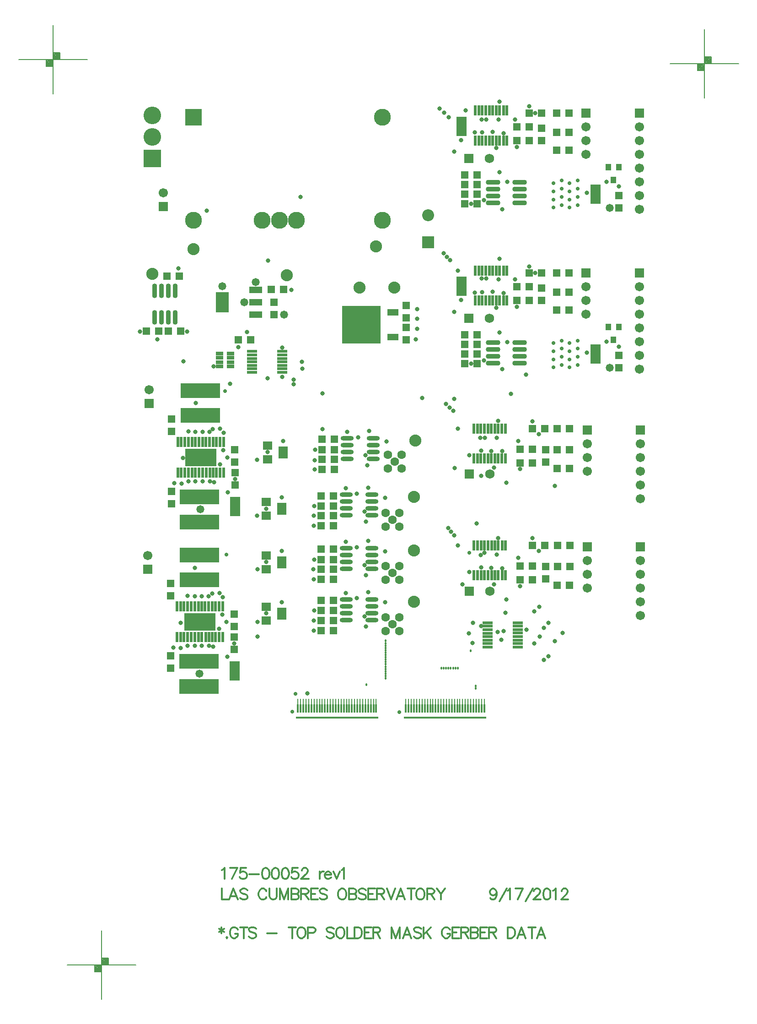
<source format=gts>
%FSLAX23Y23*%
%MOIN*%
G70*
G01*
G75*
G04 Layer_Color=8388736*
%ADD10R,0.012X0.065*%
%ADD11R,0.217X0.120*%
%ADD12R,0.065X0.012*%
%ADD13R,0.075X0.037*%
%ADD14R,0.272X0.268*%
%ADD15R,0.035X0.037*%
%ADD16R,0.035X0.037*%
%ADD17R,0.085X0.138*%
%ADD18R,0.085X0.043*%
%ADD19R,0.085X0.043*%
%ADD20O,0.028X0.098*%
%ADD21R,0.280X0.100*%
%ADD22R,0.070X0.135*%
%ADD23R,0.050X0.050*%
%ADD24O,0.087X0.024*%
%ADD25O,0.098X0.028*%
%ADD26R,0.045X0.017*%
%ADD27R,0.591X0.010*%
%ADD28R,0.012X0.105*%
%ADD29R,0.063X0.051*%
%ADD30R,0.063X0.079*%
%ADD31R,0.050X0.050*%
%ADD32C,0.010*%
%ADD33C,0.050*%
%ADD34C,0.020*%
%ADD35C,0.075*%
%ADD36C,0.012*%
%ADD37C,0.008*%
%ADD38C,0.012*%
%ADD39C,0.012*%
%ADD40R,0.060X0.060*%
%ADD41C,0.060*%
%ADD42C,0.024*%
%ADD43C,0.020*%
%ADD44C,0.115*%
%ADD45R,0.115X0.115*%
%ADD46C,0.080*%
%ADD47C,0.055*%
%ADD48R,0.059X0.059*%
%ADD49C,0.059*%
%ADD50C,0.120*%
%ADD51R,0.120X0.120*%
%ADD52R,0.079X0.079*%
%ADD53C,0.079*%
%ADD54C,0.010*%
%ADD55C,0.050*%
%ADD56C,0.040*%
%ADD57C,0.070*%
%ADD58C,0.054*%
%ADD59C,0.118*%
G04:AMPARAMS|DCode=60|XSize=138mil|YSize=138mil|CornerRadius=0mil|HoleSize=0mil|Usage=FLASHONLY|Rotation=0.000|XOffset=0mil|YOffset=0mil|HoleType=Round|Shape=Relief|Width=10mil|Gap=10mil|Entries=4|*
%AMTHD60*
7,0,0,0.138,0.118,0.010,45*
%
%ADD60THD60*%
G04:AMPARAMS|DCode=61|XSize=112mil|YSize=112mil|CornerRadius=0mil|HoleSize=0mil|Usage=FLASHONLY|Rotation=0.000|XOffset=0mil|YOffset=0mil|HoleType=Round|Shape=Relief|Width=10mil|Gap=10mil|Entries=4|*
%AMTHD61*
7,0,0,0.112,0.092,0.010,45*
%
%ADD61THD61*%
%ADD62C,0.073*%
%ADD63C,0.075*%
%ADD64C,0.110*%
G04:AMPARAMS|DCode=65|XSize=107.244mil|YSize=107.244mil|CornerRadius=0mil|HoleSize=0mil|Usage=FLASHONLY|Rotation=0.000|XOffset=0mil|YOffset=0mil|HoleType=Round|Shape=Relief|Width=10mil|Gap=10mil|Entries=4|*
%AMTHD65*
7,0,0,0.107,0.087,0.010,45*
%
%ADD65THD65*%
%ADD66C,0.087*%
%ADD67C,0.092*%
%ADD68C,0.046*%
%ADD69C,0.064*%
G04:AMPARAMS|DCode=70|XSize=70mil|YSize=70mil|CornerRadius=0mil|HoleSize=0mil|Usage=FLASHONLY|Rotation=0.000|XOffset=0mil|YOffset=0mil|HoleType=Round|Shape=Relief|Width=10mil|Gap=10mil|Entries=4|*
%AMTHD70*
7,0,0,0.070,0.050,0.010,45*
%
%ADD70THD70*%
G04:AMPARAMS|DCode=71|XSize=88mil|YSize=88mil|CornerRadius=0mil|HoleSize=0mil|Usage=FLASHONLY|Rotation=0.000|XOffset=0mil|YOffset=0mil|HoleType=Round|Shape=Relief|Width=10mil|Gap=10mil|Entries=4|*
%AMTHD71*
7,0,0,0.088,0.068,0.010,45*
%
%ADD71THD71*%
%ADD72C,0.068*%
%ADD73C,0.000*%
G04:AMPARAMS|DCode=74|XSize=90mil|YSize=90mil|CornerRadius=0mil|HoleSize=0mil|Usage=FLASHONLY|Rotation=0.000|XOffset=0mil|YOffset=0mil|HoleType=Round|Shape=Relief|Width=10mil|Gap=10mil|Entries=4|*
%AMTHD74*
7,0,0,0.090,0.070,0.010,45*
%
%ADD74THD74*%
G04:AMPARAMS|DCode=75|XSize=93.465mil|YSize=93.465mil|CornerRadius=0mil|HoleSize=0mil|Usage=FLASHONLY|Rotation=0.000|XOffset=0mil|YOffset=0mil|HoleType=Round|Shape=Relief|Width=10mil|Gap=10mil|Entries=4|*
%AMTHD75*
7,0,0,0.093,0.073,0.010,45*
%
%ADD75THD75*%
G04:AMPARAMS|DCode=76|XSize=95.433mil|YSize=95.433mil|CornerRadius=0mil|HoleSize=0mil|Usage=FLASHONLY|Rotation=0.000|XOffset=0mil|YOffset=0mil|HoleType=Round|Shape=Relief|Width=10mil|Gap=10mil|Entries=4|*
%AMTHD76*
7,0,0,0.095,0.075,0.010,45*
%
%ADD76THD76*%
G04:AMPARAMS|DCode=77|XSize=130mil|YSize=130mil|CornerRadius=0mil|HoleSize=0mil|Usage=FLASHONLY|Rotation=0.000|XOffset=0mil|YOffset=0mil|HoleType=Round|Shape=Relief|Width=10mil|Gap=10mil|Entries=4|*
%AMTHD77*
7,0,0,0.130,0.110,0.010,45*
%
%ADD77THD77*%
%ADD78C,0.005*%
%ADD79R,0.071X0.126*%
%ADD80C,0.006*%
%ADD81C,0.008*%
%ADD82C,0.010*%
%ADD83R,0.189X0.116*%
%ADD84R,0.012X0.075*%
%ADD85R,0.012X0.060*%
%ADD86R,0.020X0.073*%
%ADD87R,0.225X0.128*%
%ADD88R,0.073X0.020*%
%ADD89R,0.083X0.045*%
%ADD90R,0.280X0.276*%
%ADD91R,0.043X0.045*%
%ADD92R,0.043X0.045*%
%ADD93R,0.093X0.146*%
%ADD94R,0.093X0.051*%
%ADD95R,0.093X0.051*%
%ADD96O,0.036X0.106*%
%ADD97R,0.288X0.108*%
%ADD98R,0.078X0.143*%
%ADD99R,0.058X0.058*%
%ADD100O,0.095X0.032*%
%ADD101O,0.106X0.036*%
%ADD102R,0.053X0.025*%
%ADD103R,0.599X0.018*%
%ADD104R,0.005X0.098*%
%ADD105R,0.071X0.059*%
%ADD106R,0.071X0.087*%
%ADD107R,0.058X0.058*%
%ADD108R,0.068X0.068*%
%ADD109C,0.032*%
%ADD110C,0.028*%
%ADD111C,0.123*%
%ADD112R,0.123X0.123*%
%ADD113C,0.088*%
%ADD114C,0.063*%
%ADD115R,0.067X0.067*%
%ADD116C,0.067*%
%ADD117C,0.128*%
%ADD118R,0.128X0.128*%
%ADD119R,0.087X0.087*%
%ADD120C,0.087*%
%ADD121C,0.018*%
%ADD122C,0.058*%
D36*
X42307Y25217D02*
Y25172D01*
X42288Y25206D02*
X42326Y25183D01*
Y25206D02*
X42288Y25183D01*
X42346Y25145D02*
X42343Y25141D01*
X42346Y25137D01*
X42350Y25141D01*
X42346Y25145D01*
X42425Y25198D02*
X42421Y25206D01*
X42413Y25213D01*
X42406Y25217D01*
X42391D01*
X42383Y25213D01*
X42375Y25206D01*
X42371Y25198D01*
X42368Y25187D01*
Y25168D01*
X42371Y25156D01*
X42375Y25149D01*
X42383Y25141D01*
X42391Y25137D01*
X42406D01*
X42413Y25141D01*
X42421Y25149D01*
X42425Y25156D01*
Y25168D01*
X42406D02*
X42425D01*
X42470Y25217D02*
Y25137D01*
X42443Y25217D02*
X42496D01*
X42559Y25206D02*
X42552Y25213D01*
X42540Y25217D01*
X42525D01*
X42514Y25213D01*
X42506Y25206D01*
Y25198D01*
X42510Y25191D01*
X42514Y25187D01*
X42521Y25183D01*
X42544Y25175D01*
X42552Y25172D01*
X42555Y25168D01*
X42559Y25160D01*
Y25149D01*
X42552Y25141D01*
X42540Y25137D01*
X42525D01*
X42514Y25141D01*
X42506Y25149D01*
X42640Y25172D02*
X42709D01*
X42822Y25217D02*
Y25137D01*
X42795Y25217D02*
X42848D01*
X42881D02*
X42873Y25213D01*
X42865Y25206D01*
X42862Y25198D01*
X42858Y25187D01*
Y25168D01*
X42862Y25156D01*
X42865Y25149D01*
X42873Y25141D01*
X42881Y25137D01*
X42896D01*
X42904Y25141D01*
X42911Y25149D01*
X42915Y25156D01*
X42919Y25168D01*
Y25187D01*
X42915Y25198D01*
X42911Y25206D01*
X42904Y25213D01*
X42896Y25217D01*
X42881D01*
X42937Y25175D02*
X42972D01*
X42983Y25179D01*
X42987Y25183D01*
X42991Y25191D01*
Y25202D01*
X42987Y25210D01*
X42983Y25213D01*
X42972Y25217D01*
X42937D01*
Y25137D01*
X43125Y25206D02*
X43117Y25213D01*
X43106Y25217D01*
X43091D01*
X43079Y25213D01*
X43072Y25206D01*
Y25198D01*
X43075Y25191D01*
X43079Y25187D01*
X43087Y25183D01*
X43110Y25175D01*
X43117Y25172D01*
X43121Y25168D01*
X43125Y25160D01*
Y25149D01*
X43117Y25141D01*
X43106Y25137D01*
X43091D01*
X43079Y25141D01*
X43072Y25149D01*
X43166Y25217D02*
X43158Y25213D01*
X43150Y25206D01*
X43147Y25198D01*
X43143Y25187D01*
Y25168D01*
X43147Y25156D01*
X43150Y25149D01*
X43158Y25141D01*
X43166Y25137D01*
X43181D01*
X43188Y25141D01*
X43196Y25149D01*
X43200Y25156D01*
X43204Y25168D01*
Y25187D01*
X43200Y25198D01*
X43196Y25206D01*
X43188Y25213D01*
X43181Y25217D01*
X43166D01*
X43222D02*
Y25137D01*
X43268D01*
X43277Y25217D02*
Y25137D01*
Y25217D02*
X43303D01*
X43315Y25213D01*
X43323Y25206D01*
X43326Y25198D01*
X43330Y25187D01*
Y25168D01*
X43326Y25156D01*
X43323Y25149D01*
X43315Y25141D01*
X43303Y25137D01*
X43277D01*
X43398Y25217D02*
X43348D01*
Y25137D01*
X43398D01*
X43348Y25179D02*
X43379D01*
X43411Y25217D02*
Y25137D01*
Y25217D02*
X43445D01*
X43457Y25213D01*
X43460Y25210D01*
X43464Y25202D01*
Y25194D01*
X43460Y25187D01*
X43457Y25183D01*
X43445Y25179D01*
X43411D01*
X43438D02*
X43464Y25137D01*
X43545Y25217D02*
Y25137D01*
Y25217D02*
X43575Y25137D01*
X43606Y25217D02*
X43575Y25137D01*
X43606Y25217D02*
Y25137D01*
X43690D02*
X43659Y25217D01*
X43629Y25137D01*
X43640Y25164D02*
X43678D01*
X43762Y25206D02*
X43754Y25213D01*
X43743Y25217D01*
X43727D01*
X43716Y25213D01*
X43708Y25206D01*
Y25198D01*
X43712Y25191D01*
X43716Y25187D01*
X43724Y25183D01*
X43746Y25175D01*
X43754Y25172D01*
X43758Y25168D01*
X43762Y25160D01*
Y25149D01*
X43754Y25141D01*
X43743Y25137D01*
X43727D01*
X43716Y25141D01*
X43708Y25149D01*
X43780Y25217D02*
Y25137D01*
X43833Y25217D02*
X43780Y25164D01*
X43799Y25183D02*
X43833Y25137D01*
X43971Y25198D02*
X43967Y25206D01*
X43959Y25213D01*
X43952Y25217D01*
X43936D01*
X43929Y25213D01*
X43921Y25206D01*
X43917Y25198D01*
X43914Y25187D01*
Y25168D01*
X43917Y25156D01*
X43921Y25149D01*
X43929Y25141D01*
X43936Y25137D01*
X43952D01*
X43959Y25141D01*
X43967Y25149D01*
X43971Y25156D01*
Y25168D01*
X43952D02*
X43971D01*
X44039Y25217D02*
X43989D01*
Y25137D01*
X44039D01*
X43989Y25179D02*
X44020D01*
X44052Y25217D02*
Y25137D01*
Y25217D02*
X44086D01*
X44098Y25213D01*
X44101Y25210D01*
X44105Y25202D01*
Y25194D01*
X44101Y25187D01*
X44098Y25183D01*
X44086Y25179D01*
X44052D01*
X44079D02*
X44105Y25137D01*
X44123Y25217D02*
Y25137D01*
Y25217D02*
X44157D01*
X44169Y25213D01*
X44173Y25210D01*
X44176Y25202D01*
Y25194D01*
X44173Y25187D01*
X44169Y25183D01*
X44157Y25179D01*
X44123D02*
X44157D01*
X44169Y25175D01*
X44173Y25172D01*
X44176Y25164D01*
Y25152D01*
X44173Y25145D01*
X44169Y25141D01*
X44157Y25137D01*
X44123D01*
X44244Y25217D02*
X44194D01*
Y25137D01*
X44244D01*
X44194Y25179D02*
X44225D01*
X44257Y25217D02*
Y25137D01*
Y25217D02*
X44291D01*
X44303Y25213D01*
X44307Y25210D01*
X44310Y25202D01*
Y25194D01*
X44307Y25187D01*
X44303Y25183D01*
X44291Y25179D01*
X44257D01*
X44284D02*
X44310Y25137D01*
X44391Y25217D02*
Y25137D01*
Y25217D02*
X44418D01*
X44429Y25213D01*
X44437Y25206D01*
X44441Y25198D01*
X44445Y25187D01*
Y25168D01*
X44441Y25156D01*
X44437Y25149D01*
X44429Y25141D01*
X44418Y25137D01*
X44391D01*
X44523D02*
X44493Y25217D01*
X44462Y25137D01*
X44474Y25164D02*
X44512D01*
X44569Y25217D02*
Y25137D01*
X44542Y25217D02*
X44595D01*
X44666Y25137D02*
X44635Y25217D01*
X44605Y25137D01*
X44616Y25164D02*
X44654D01*
D37*
X41078Y31284D02*
Y31784D01*
X40828Y31534D02*
X41328D01*
X41028Y31484D02*
X41078D01*
X41028D02*
Y31534D01*
X41078Y31584D02*
X41128D01*
Y31534D02*
Y31584D01*
X41083Y31539D02*
Y31579D01*
X41123D01*
Y31539D02*
Y31579D01*
X41083Y31539D02*
X41123D01*
X41088Y31544D02*
Y31574D01*
X41118D01*
Y31544D02*
Y31574D01*
X41093Y31544D02*
X41118D01*
X41093Y31549D02*
Y31569D01*
X41113D01*
Y31549D02*
Y31569D01*
X41098Y31549D02*
X41113D01*
X41098Y31554D02*
Y31564D01*
X41108D01*
Y31554D02*
Y31564D01*
X41098Y31554D02*
X41108D01*
X41103D02*
Y31564D01*
X41033Y31489D02*
Y31529D01*
X41073D01*
Y31489D02*
Y31529D01*
X41033Y31489D02*
X41073D01*
X41038Y31494D02*
Y31524D01*
X41068D01*
Y31494D02*
Y31524D01*
X41043Y31494D02*
X41068D01*
X41043Y31499D02*
Y31519D01*
X41063D01*
Y31499D02*
Y31519D01*
X41048Y31499D02*
X41063D01*
X41048Y31504D02*
Y31514D01*
X41058D01*
Y31504D02*
Y31514D01*
X41048Y31504D02*
X41058D01*
X41053D02*
Y31514D01*
X45826Y31253D02*
Y31753D01*
X45576Y31503D02*
X46076D01*
X45776Y31453D02*
X45826D01*
X45776D02*
Y31503D01*
X45826Y31553D02*
X45876D01*
Y31503D02*
Y31553D01*
X45831Y31508D02*
Y31548D01*
X45871D01*
Y31508D02*
Y31548D01*
X45831Y31508D02*
X45871D01*
X45836Y31513D02*
Y31543D01*
X45866D01*
Y31513D02*
Y31543D01*
X45841Y31513D02*
X45866D01*
X45841Y31518D02*
Y31538D01*
X45861D01*
Y31518D02*
Y31538D01*
X45846Y31518D02*
X45861D01*
X45846Y31523D02*
Y31533D01*
X45856D01*
Y31523D02*
Y31533D01*
X45846Y31523D02*
X45856D01*
X45851D02*
Y31533D01*
X45781Y31458D02*
Y31498D01*
X45821D01*
Y31458D02*
Y31498D01*
X45781Y31458D02*
X45821D01*
X45786Y31463D02*
Y31493D01*
X45816D01*
Y31463D02*
Y31493D01*
X45791Y31463D02*
X45816D01*
X45791Y31468D02*
Y31488D01*
X45811D01*
Y31468D02*
Y31488D01*
X45796Y31468D02*
X45811D01*
X45796Y31473D02*
Y31483D01*
X45806D01*
Y31473D02*
Y31483D01*
X45796Y31473D02*
X45806D01*
X45801D02*
Y31483D01*
X41432Y24694D02*
Y25194D01*
X41182Y24944D02*
X41682D01*
X41382Y24894D02*
X41432D01*
X41382D02*
Y24944D01*
X41432Y24994D02*
X41482D01*
Y24944D02*
Y24994D01*
X41437Y24949D02*
Y24989D01*
X41477D01*
Y24949D02*
Y24989D01*
X41437Y24949D02*
X41477D01*
X41442Y24954D02*
Y24984D01*
X41472D01*
Y24954D02*
Y24984D01*
X41447Y24954D02*
X41472D01*
X41447Y24959D02*
Y24979D01*
X41467D01*
Y24959D02*
Y24979D01*
X41452Y24959D02*
X41467D01*
X41452Y24964D02*
Y24974D01*
X41462D01*
Y24964D02*
Y24974D01*
X41452Y24964D02*
X41462D01*
X41457D02*
Y24974D01*
X41387Y24899D02*
Y24939D01*
X41427D01*
Y24899D02*
Y24939D01*
X41387Y24899D02*
X41427D01*
X41392Y24904D02*
Y24934D01*
X41422D01*
Y24904D02*
Y24934D01*
X41397Y24904D02*
X41422D01*
X41397Y24909D02*
Y24929D01*
X41417D01*
Y24909D02*
Y24929D01*
X41402Y24909D02*
X41417D01*
X41402Y24914D02*
Y24924D01*
X41412D01*
Y24914D02*
Y24924D01*
X41402Y24914D02*
X41412D01*
X41407D02*
Y24924D01*
D38*
X42309Y25498D02*
Y25418D01*
X42355D01*
X42425D02*
X42394Y25498D01*
X42364Y25418D01*
X42375Y25444D02*
X42413D01*
X42496Y25486D02*
X42489Y25494D01*
X42477Y25498D01*
X42462D01*
X42451Y25494D01*
X42443Y25486D01*
Y25479D01*
X42447Y25471D01*
X42451Y25467D01*
X42458Y25464D01*
X42481Y25456D01*
X42489Y25452D01*
X42493Y25448D01*
X42496Y25441D01*
Y25429D01*
X42489Y25422D01*
X42477Y25418D01*
X42462D01*
X42451Y25422D01*
X42443Y25429D01*
X42634Y25479D02*
X42631Y25486D01*
X42623Y25494D01*
X42615Y25498D01*
X42600D01*
X42592Y25494D01*
X42585Y25486D01*
X42581Y25479D01*
X42577Y25467D01*
Y25448D01*
X42581Y25437D01*
X42585Y25429D01*
X42592Y25422D01*
X42600Y25418D01*
X42615D01*
X42623Y25422D01*
X42631Y25429D01*
X42634Y25437D01*
X42657Y25498D02*
Y25441D01*
X42661Y25429D01*
X42668Y25422D01*
X42680Y25418D01*
X42687D01*
X42699Y25422D01*
X42706Y25429D01*
X42710Y25441D01*
Y25498D01*
X42732D02*
Y25418D01*
Y25498D02*
X42763Y25418D01*
X42793Y25498D02*
X42763Y25418D01*
X42793Y25498D02*
Y25418D01*
X42816Y25498D02*
Y25418D01*
Y25498D02*
X42850D01*
X42862Y25494D01*
X42866Y25490D01*
X42869Y25483D01*
Y25475D01*
X42866Y25467D01*
X42862Y25464D01*
X42850Y25460D01*
X42816D02*
X42850D01*
X42862Y25456D01*
X42866Y25452D01*
X42869Y25444D01*
Y25433D01*
X42866Y25425D01*
X42862Y25422D01*
X42850Y25418D01*
X42816D01*
X42887Y25498D02*
Y25418D01*
Y25498D02*
X42922D01*
X42933Y25494D01*
X42937Y25490D01*
X42941Y25483D01*
Y25475D01*
X42937Y25467D01*
X42933Y25464D01*
X42922Y25460D01*
X42887D01*
X42914D02*
X42941Y25418D01*
X43008Y25498D02*
X42958D01*
Y25418D01*
X43008D01*
X42958Y25460D02*
X42989D01*
X43075Y25486D02*
X43067Y25494D01*
X43056Y25498D01*
X43040D01*
X43029Y25494D01*
X43021Y25486D01*
Y25479D01*
X43025Y25471D01*
X43029Y25467D01*
X43037Y25464D01*
X43059Y25456D01*
X43067Y25452D01*
X43071Y25448D01*
X43075Y25441D01*
Y25429D01*
X43067Y25422D01*
X43056Y25418D01*
X43040D01*
X43029Y25422D01*
X43021Y25429D01*
X43178Y25498D02*
X43171Y25494D01*
X43163Y25486D01*
X43159Y25479D01*
X43155Y25467D01*
Y25448D01*
X43159Y25437D01*
X43163Y25429D01*
X43171Y25422D01*
X43178Y25418D01*
X43193D01*
X43201Y25422D01*
X43209Y25429D01*
X43213Y25437D01*
X43216Y25448D01*
Y25467D01*
X43213Y25479D01*
X43209Y25486D01*
X43201Y25494D01*
X43193Y25498D01*
X43178D01*
X43235D02*
Y25418D01*
Y25498D02*
X43269D01*
X43281Y25494D01*
X43285Y25490D01*
X43288Y25483D01*
Y25475D01*
X43285Y25467D01*
X43281Y25464D01*
X43269Y25460D01*
X43235D02*
X43269D01*
X43281Y25456D01*
X43285Y25452D01*
X43288Y25444D01*
Y25433D01*
X43285Y25425D01*
X43281Y25422D01*
X43269Y25418D01*
X43235D01*
X43360Y25486D02*
X43352Y25494D01*
X43340Y25498D01*
X43325D01*
X43314Y25494D01*
X43306Y25486D01*
Y25479D01*
X43310Y25471D01*
X43314Y25467D01*
X43321Y25464D01*
X43344Y25456D01*
X43352Y25452D01*
X43356Y25448D01*
X43360Y25441D01*
Y25429D01*
X43352Y25422D01*
X43340Y25418D01*
X43325D01*
X43314Y25422D01*
X43306Y25429D01*
X43427Y25498D02*
X43377D01*
Y25418D01*
X43427D01*
X43377Y25460D02*
X43408D01*
X43440Y25498D02*
Y25418D01*
Y25498D02*
X43475D01*
X43486Y25494D01*
X43490Y25490D01*
X43494Y25483D01*
Y25475D01*
X43490Y25467D01*
X43486Y25464D01*
X43475Y25460D01*
X43440D01*
X43467D02*
X43494Y25418D01*
X43512Y25498D02*
X43542Y25418D01*
X43572Y25498D02*
X43542Y25418D01*
X43644D02*
X43613Y25498D01*
X43583Y25418D01*
X43594Y25444D02*
X43632D01*
X43689Y25498D02*
Y25418D01*
X43662Y25498D02*
X43716D01*
X43748D02*
X43740Y25494D01*
X43733Y25486D01*
X43729Y25479D01*
X43725Y25467D01*
Y25448D01*
X43729Y25437D01*
X43733Y25429D01*
X43740Y25422D01*
X43748Y25418D01*
X43763D01*
X43771Y25422D01*
X43779Y25429D01*
X43782Y25437D01*
X43786Y25448D01*
Y25467D01*
X43782Y25479D01*
X43779Y25486D01*
X43771Y25494D01*
X43763Y25498D01*
X43748D01*
X43805D02*
Y25418D01*
Y25498D02*
X43839D01*
X43850Y25494D01*
X43854Y25490D01*
X43858Y25483D01*
Y25475D01*
X43854Y25467D01*
X43850Y25464D01*
X43839Y25460D01*
X43805D01*
X43831D02*
X43858Y25418D01*
X43876Y25498D02*
X43906Y25460D01*
Y25418D01*
X43937Y25498D02*
X43906Y25460D01*
X44311Y25471D02*
X44307Y25460D01*
X44300Y25452D01*
X44288Y25448D01*
X44284D01*
X44273Y25452D01*
X44265Y25460D01*
X44261Y25471D01*
Y25475D01*
X44265Y25486D01*
X44273Y25494D01*
X44284Y25498D01*
X44288D01*
X44300Y25494D01*
X44307Y25486D01*
X44311Y25471D01*
Y25452D01*
X44307Y25433D01*
X44300Y25422D01*
X44288Y25418D01*
X44280D01*
X44269Y25422D01*
X44265Y25429D01*
X44333Y25406D02*
X44386Y25498D01*
X44391Y25483D02*
X44399Y25486D01*
X44410Y25498D01*
Y25418D01*
X44503Y25498D02*
X44465Y25418D01*
X44450Y25498D02*
X44503D01*
X44521Y25406D02*
X44575Y25498D01*
X44584Y25479D02*
Y25483D01*
X44587Y25490D01*
X44591Y25494D01*
X44599Y25498D01*
X44614D01*
X44622Y25494D01*
X44626Y25490D01*
X44629Y25483D01*
Y25475D01*
X44626Y25467D01*
X44618Y25456D01*
X44580Y25418D01*
X44633D01*
X44674Y25498D02*
X44663Y25494D01*
X44655Y25483D01*
X44651Y25464D01*
Y25452D01*
X44655Y25433D01*
X44663Y25422D01*
X44674Y25418D01*
X44682D01*
X44693Y25422D01*
X44701Y25433D01*
X44704Y25452D01*
Y25464D01*
X44701Y25483D01*
X44693Y25494D01*
X44682Y25498D01*
X44674D01*
X44722Y25483D02*
X44730Y25486D01*
X44741Y25498D01*
Y25418D01*
X44785Y25479D02*
Y25483D01*
X44789Y25490D01*
X44792Y25494D01*
X44800Y25498D01*
X44815D01*
X44823Y25494D01*
X44827Y25490D01*
X44830Y25483D01*
Y25475D01*
X44827Y25467D01*
X44819Y25456D01*
X44781Y25418D01*
X44834D01*
D39*
X42309Y25633D02*
X42317Y25636D01*
X42328Y25648D01*
Y25568D01*
X42421Y25648D02*
X42383Y25568D01*
X42368Y25648D02*
X42421D01*
X42485D02*
X42447D01*
X42443Y25614D01*
X42447Y25617D01*
X42458Y25621D01*
X42469D01*
X42481Y25617D01*
X42488Y25610D01*
X42492Y25598D01*
Y25591D01*
X42488Y25579D01*
X42481Y25572D01*
X42469Y25568D01*
X42458D01*
X42447Y25572D01*
X42443Y25575D01*
X42439Y25583D01*
X42510Y25602D02*
X42579D01*
X42625Y25648D02*
X42614Y25644D01*
X42606Y25633D01*
X42602Y25614D01*
Y25602D01*
X42606Y25583D01*
X42614Y25572D01*
X42625Y25568D01*
X42633D01*
X42644Y25572D01*
X42652Y25583D01*
X42656Y25602D01*
Y25614D01*
X42652Y25633D01*
X42644Y25644D01*
X42633Y25648D01*
X42625D01*
X42696D02*
X42685Y25644D01*
X42677Y25633D01*
X42674Y25614D01*
Y25602D01*
X42677Y25583D01*
X42685Y25572D01*
X42696Y25568D01*
X42704D01*
X42715Y25572D01*
X42723Y25583D01*
X42727Y25602D01*
Y25614D01*
X42723Y25633D01*
X42715Y25644D01*
X42704Y25648D01*
X42696D01*
X42768D02*
X42756Y25644D01*
X42749Y25633D01*
X42745Y25614D01*
Y25602D01*
X42749Y25583D01*
X42756Y25572D01*
X42768Y25568D01*
X42775D01*
X42787Y25572D01*
X42794Y25583D01*
X42798Y25602D01*
Y25614D01*
X42794Y25633D01*
X42787Y25644D01*
X42775Y25648D01*
X42768D01*
X42862D02*
X42824D01*
X42820Y25614D01*
X42824Y25617D01*
X42835Y25621D01*
X42847D01*
X42858Y25617D01*
X42866Y25610D01*
X42869Y25598D01*
Y25591D01*
X42866Y25579D01*
X42858Y25572D01*
X42847Y25568D01*
X42835D01*
X42824Y25572D01*
X42820Y25575D01*
X42816Y25583D01*
X42891Y25629D02*
Y25633D01*
X42895Y25640D01*
X42899Y25644D01*
X42906Y25648D01*
X42922D01*
X42929Y25644D01*
X42933Y25640D01*
X42937Y25633D01*
Y25625D01*
X42933Y25617D01*
X42925Y25606D01*
X42887Y25568D01*
X42941D01*
X43021Y25621D02*
Y25568D01*
Y25598D02*
X43025Y25610D01*
X43033Y25617D01*
X43040Y25621D01*
X43052D01*
X43059Y25598D02*
X43105D01*
Y25606D01*
X43101Y25614D01*
X43097Y25617D01*
X43090Y25621D01*
X43078D01*
X43070Y25617D01*
X43063Y25610D01*
X43059Y25598D01*
Y25591D01*
X43063Y25579D01*
X43070Y25572D01*
X43078Y25568D01*
X43090D01*
X43097Y25572D01*
X43105Y25579D01*
X43122Y25621D02*
X43145Y25568D01*
X43168Y25621D02*
X43145Y25568D01*
X43181Y25633D02*
X43188Y25636D01*
X43200Y25648D01*
Y25568D01*
D72*
X44264Y27664D02*
D03*
X44258Y30813D02*
D03*
Y29649D02*
D03*
X44263Y28515D02*
D03*
D85*
X42863Y26808D02*
D03*
X42883D02*
D03*
X42902D02*
D03*
X42922D02*
D03*
X42942D02*
D03*
X42961D02*
D03*
X42981D02*
D03*
X43001D02*
D03*
X43021D02*
D03*
X43040D02*
D03*
X43060D02*
D03*
X43080D02*
D03*
X43099D02*
D03*
X43119D02*
D03*
X43139D02*
D03*
X43158D02*
D03*
X43178D02*
D03*
X43198D02*
D03*
X43218D02*
D03*
X43237D02*
D03*
X43257D02*
D03*
X43277D02*
D03*
X43296D02*
D03*
X43316D02*
D03*
X43336D02*
D03*
X43355D02*
D03*
X43375D02*
D03*
X43395D02*
D03*
X43415D02*
D03*
X43434D02*
D03*
X43650D02*
D03*
X43670D02*
D03*
X43690D02*
D03*
X43710D02*
D03*
X43729D02*
D03*
X43749D02*
D03*
X43769D02*
D03*
X43788D02*
D03*
X43808D02*
D03*
X43828D02*
D03*
X43847D02*
D03*
X43867D02*
D03*
X43887D02*
D03*
X43907D02*
D03*
X43926D02*
D03*
X43946D02*
D03*
X43966D02*
D03*
X43985D02*
D03*
X44005D02*
D03*
X44025D02*
D03*
X44044D02*
D03*
X44064D02*
D03*
X44084D02*
D03*
X44104D02*
D03*
X44123D02*
D03*
X44143D02*
D03*
X44163D02*
D03*
X44182D02*
D03*
X44202D02*
D03*
X44222D02*
D03*
D86*
X42117Y28525D02*
D03*
X42091D02*
D03*
X42065D02*
D03*
X42040D02*
D03*
X42014D02*
D03*
X41989D02*
D03*
X41989Y28749D02*
D03*
X42014D02*
D03*
X42040D02*
D03*
X42065D02*
D03*
X42091D02*
D03*
X42117Y28749D02*
D03*
X42144Y28749D02*
D03*
X42168D02*
D03*
X42193D02*
D03*
X42219D02*
D03*
X42245D02*
D03*
X42270D02*
D03*
X42296D02*
D03*
X42321D02*
D03*
X42144Y28525D02*
D03*
X42170D02*
D03*
X42197D02*
D03*
X42221D02*
D03*
X42245D02*
D03*
X42270D02*
D03*
X42296D02*
D03*
X42321D02*
D03*
X42315Y27328D02*
D03*
X42290D02*
D03*
X42264D02*
D03*
X42239D02*
D03*
X42215D02*
D03*
X42191D02*
D03*
X42164D02*
D03*
X42138D02*
D03*
X42315Y27552D02*
D03*
X42290D02*
D03*
X42264D02*
D03*
X42239D02*
D03*
X42213D02*
D03*
X42187D02*
D03*
X42162D02*
D03*
X42138D02*
D03*
X42111Y27552D02*
D03*
X42085Y27552D02*
D03*
X42059D02*
D03*
X42034D02*
D03*
X42008D02*
D03*
X41983D02*
D03*
X41983Y27328D02*
D03*
X42008D02*
D03*
X42034D02*
D03*
X42059D02*
D03*
X42085D02*
D03*
X42111D02*
D03*
X44377Y27778D02*
D03*
Y27996D02*
D03*
X44352Y27778D02*
D03*
Y27996D02*
D03*
X44324Y27778D02*
D03*
Y27996D02*
D03*
X44300D02*
D03*
X44275D02*
D03*
X44249D02*
D03*
X44224D02*
D03*
X44198D02*
D03*
X44173D02*
D03*
X44147D02*
D03*
X44300Y27778D02*
D03*
X44275D02*
D03*
X44249D02*
D03*
X44224D02*
D03*
X44198D02*
D03*
X44173D02*
D03*
X44147D02*
D03*
X44386Y30943D02*
D03*
Y31162D02*
D03*
X44361Y30943D02*
D03*
Y31162D02*
D03*
X44333Y30943D02*
D03*
Y31162D02*
D03*
X44309D02*
D03*
X44284D02*
D03*
X44258D02*
D03*
X44233D02*
D03*
X44207D02*
D03*
X44181D02*
D03*
X44156D02*
D03*
X44309Y30943D02*
D03*
X44284D02*
D03*
X44258D02*
D03*
X44233D02*
D03*
X44207D02*
D03*
X44181D02*
D03*
X44156D02*
D03*
X44386Y29779D02*
D03*
Y29997D02*
D03*
X44361Y29779D02*
D03*
Y29997D02*
D03*
X44333Y29779D02*
D03*
Y29997D02*
D03*
X44309D02*
D03*
X44284D02*
D03*
X44258D02*
D03*
X44233D02*
D03*
X44207D02*
D03*
X44181D02*
D03*
X44156D02*
D03*
X44309Y29779D02*
D03*
X44284D02*
D03*
X44258D02*
D03*
X44233D02*
D03*
X44207D02*
D03*
X44181D02*
D03*
X44156D02*
D03*
X44376Y28628D02*
D03*
Y28847D02*
D03*
X44350Y28628D02*
D03*
Y28847D02*
D03*
X44323Y28628D02*
D03*
Y28847D02*
D03*
X44299D02*
D03*
X44273D02*
D03*
X44248D02*
D03*
X44222D02*
D03*
X44197D02*
D03*
X44171D02*
D03*
X44145D02*
D03*
X44299Y28628D02*
D03*
X44273D02*
D03*
X44248D02*
D03*
X44222D02*
D03*
X44197D02*
D03*
X44171D02*
D03*
X44145D02*
D03*
D87*
X42155Y28637D02*
D03*
X42149Y27440D02*
D03*
D88*
X44466Y27306D02*
D03*
Y27332D02*
D03*
X44466Y27359D02*
D03*
Y27383D02*
D03*
Y27409D02*
D03*
Y27434D02*
D03*
X44247D02*
D03*
Y27409D02*
D03*
Y27383D02*
D03*
Y27357D02*
D03*
Y27332D02*
D03*
Y27306D02*
D03*
Y27281D02*
D03*
Y27257D02*
D03*
X44466Y27255D02*
D03*
X44466Y27281D02*
D03*
X42748Y29255D02*
D03*
Y29281D02*
D03*
Y29306D02*
D03*
Y29332D02*
D03*
Y29357D02*
D03*
Y29383D02*
D03*
Y29409D02*
D03*
X42529Y29255D02*
D03*
Y29281D02*
D03*
Y29306D02*
D03*
Y29332D02*
D03*
Y29357D02*
D03*
Y29383D02*
D03*
Y29409D02*
D03*
D89*
X43555Y29512D02*
D03*
Y29692D02*
D03*
D90*
X43325Y29602D02*
D03*
D91*
X45164Y29493D02*
D03*
X45201Y29585D02*
D03*
X45164Y30657D02*
D03*
X45201Y30749D02*
D03*
D92*
X45126Y29585D02*
D03*
Y30749D02*
D03*
D93*
X42312Y29765D02*
D03*
D94*
X42556Y29856D02*
D03*
Y29675D02*
D03*
D95*
Y29765D02*
D03*
D96*
X41968Y29848D02*
D03*
X41918D02*
D03*
X41868D02*
D03*
X41818D02*
D03*
X41968Y29655D02*
D03*
X41918D02*
D03*
X41868D02*
D03*
X41818D02*
D03*
D97*
X42145Y27926D02*
D03*
Y27745D02*
D03*
X42147Y28167D02*
D03*
Y28348D02*
D03*
X42141Y26970D02*
D03*
Y27151D02*
D03*
X42151Y29123D02*
D03*
Y28942D02*
D03*
D98*
X45034Y29389D02*
D03*
X42401Y27083D02*
D03*
X42407Y28280D02*
D03*
X44055Y31045D02*
D03*
Y29881D02*
D03*
X45034Y30553D02*
D03*
D99*
X42399Y27238D02*
D03*
Y27328D02*
D03*
X43654Y29582D02*
D03*
Y29492D02*
D03*
Y29653D02*
D03*
Y29743D02*
D03*
X44639Y30943D02*
D03*
Y31033D02*
D03*
Y29779D02*
D03*
Y29869D02*
D03*
X41941Y28300D02*
D03*
Y28390D02*
D03*
X41935Y27103D02*
D03*
Y27193D02*
D03*
X44668Y28602D02*
D03*
Y28692D02*
D03*
X44669Y27751D02*
D03*
Y27841D02*
D03*
X41941Y28825D02*
D03*
Y28915D02*
D03*
X41935Y27628D02*
D03*
Y27718D02*
D03*
X42688Y29675D02*
D03*
Y29765D02*
D03*
X45204Y30543D02*
D03*
Y30453D02*
D03*
Y29379D02*
D03*
Y29289D02*
D03*
X42404Y28604D02*
D03*
Y28694D02*
D03*
X42398Y27407D02*
D03*
Y27497D02*
D03*
X42405Y28435D02*
D03*
Y28525D02*
D03*
D100*
X43224Y28777D02*
D03*
Y28727D02*
D03*
Y28677D02*
D03*
Y28627D02*
D03*
X43413Y28777D02*
D03*
Y28727D02*
D03*
Y28677D02*
D03*
Y28627D02*
D03*
X43215Y27604D02*
D03*
Y27554D02*
D03*
Y27504D02*
D03*
Y27454D02*
D03*
X43404Y27604D02*
D03*
Y27554D02*
D03*
Y27504D02*
D03*
Y27454D02*
D03*
X43215Y27977D02*
D03*
Y27927D02*
D03*
Y27877D02*
D03*
Y27827D02*
D03*
X43404Y27977D02*
D03*
Y27927D02*
D03*
Y27877D02*
D03*
Y27827D02*
D03*
X43215Y28366D02*
D03*
Y28316D02*
D03*
Y28266D02*
D03*
Y28216D02*
D03*
X43404Y28366D02*
D03*
Y28316D02*
D03*
Y28266D02*
D03*
Y28216D02*
D03*
D101*
X44480Y29324D02*
D03*
Y29374D02*
D03*
Y29424D02*
D03*
Y29474D02*
D03*
X44287Y29324D02*
D03*
Y29374D02*
D03*
Y29424D02*
D03*
Y29474D02*
D03*
X44480Y30488D02*
D03*
Y30538D02*
D03*
Y30588D02*
D03*
Y30638D02*
D03*
X44287Y30488D02*
D03*
Y30538D02*
D03*
Y30588D02*
D03*
Y30638D02*
D03*
D102*
X42294Y29392D02*
D03*
Y29361D02*
D03*
Y29329D02*
D03*
Y29298D02*
D03*
X42371D02*
D03*
Y29329D02*
D03*
Y29361D02*
D03*
Y29392D02*
D03*
D103*
X43936Y26743D02*
D03*
X43149D02*
D03*
D104*
X42863Y26831D02*
D03*
X42883D02*
D03*
X42902D02*
D03*
X42922D02*
D03*
X42942D02*
D03*
X42961D02*
D03*
X42981D02*
D03*
X43001D02*
D03*
X43021D02*
D03*
X43040D02*
D03*
X43060D02*
D03*
X43080D02*
D03*
X43099D02*
D03*
X43119D02*
D03*
X43139D02*
D03*
X43158D02*
D03*
X43178D02*
D03*
X43198D02*
D03*
X43218D02*
D03*
X43237D02*
D03*
X43257D02*
D03*
X43277D02*
D03*
X43296D02*
D03*
X43316D02*
D03*
X43336D02*
D03*
X43355D02*
D03*
X43375D02*
D03*
X43395D02*
D03*
X43415D02*
D03*
X43434D02*
D03*
X43650D02*
D03*
X43670D02*
D03*
X43690D02*
D03*
X43710D02*
D03*
X43729D02*
D03*
X43749D02*
D03*
X43769D02*
D03*
X43788D02*
D03*
X43808D02*
D03*
X43828D02*
D03*
X43847D02*
D03*
X43867D02*
D03*
X43887D02*
D03*
X43907D02*
D03*
X43926D02*
D03*
X43946D02*
D03*
X43966D02*
D03*
X43985D02*
D03*
X44005D02*
D03*
X44025D02*
D03*
X44044D02*
D03*
X44064D02*
D03*
X44084D02*
D03*
X44104D02*
D03*
X44123D02*
D03*
X44143D02*
D03*
X44163D02*
D03*
X44182D02*
D03*
X44202D02*
D03*
X44222D02*
D03*
D105*
X42641Y28623D02*
D03*
Y28723D02*
D03*
X42632Y27450D02*
D03*
Y27550D02*
D03*
X42632Y27823D02*
D03*
Y27923D02*
D03*
Y28212D02*
D03*
Y28312D02*
D03*
D106*
X42755Y28673D02*
D03*
X42746Y27500D02*
D03*
X42745Y27873D02*
D03*
Y28262D02*
D03*
D107*
X43031Y27521D02*
D03*
X43121D02*
D03*
X43031Y27894D02*
D03*
X43121D02*
D03*
X43031Y28283D02*
D03*
X43121D02*
D03*
X43040Y28694D02*
D03*
X43130D02*
D03*
X43121Y27595D02*
D03*
X43031D02*
D03*
X43121Y27968D02*
D03*
X43031D02*
D03*
X43121Y28357D02*
D03*
X43031D02*
D03*
X43130Y28768D02*
D03*
X43040D02*
D03*
X43121Y27376D02*
D03*
X43031D02*
D03*
X43121Y27749D02*
D03*
X43031D02*
D03*
X43121Y28138D02*
D03*
X43031D02*
D03*
X43130Y28549D02*
D03*
X43040D02*
D03*
X43121Y27449D02*
D03*
X43031D02*
D03*
X43121Y27822D02*
D03*
X43031D02*
D03*
X43121Y28211D02*
D03*
X43031D02*
D03*
X43130Y28622D02*
D03*
X43040D02*
D03*
X42520Y29492D02*
D03*
X42430D02*
D03*
X41758Y29557D02*
D03*
X41848D02*
D03*
X42008D02*
D03*
X41918D02*
D03*
X41998Y29957D02*
D03*
X41908D02*
D03*
X44169Y30693D02*
D03*
X44079D02*
D03*
X44169Y29529D02*
D03*
X44079D02*
D03*
X44549Y31143D02*
D03*
X44639D02*
D03*
X44549Y29979D02*
D03*
X44639D02*
D03*
X44459Y31043D02*
D03*
X44549D02*
D03*
X44459Y29879D02*
D03*
X44549D02*
D03*
X44459Y30943D02*
D03*
X44549D02*
D03*
X44459Y29779D02*
D03*
X44549D02*
D03*
X44573Y28847D02*
D03*
X44663D02*
D03*
X44574Y27996D02*
D03*
X44664D02*
D03*
X44483Y28697D02*
D03*
X44573D02*
D03*
X44484Y27846D02*
D03*
X44574D02*
D03*
X44483Y28597D02*
D03*
X44573D02*
D03*
X44484Y27746D02*
D03*
X44574D02*
D03*
X42759Y29860D02*
D03*
X42669D02*
D03*
X44839Y31143D02*
D03*
X44749D02*
D03*
X44839Y29979D02*
D03*
X44749D02*
D03*
X44839Y31003D02*
D03*
X44749D02*
D03*
X44839Y29839D02*
D03*
X44749D02*
D03*
X44169Y30553D02*
D03*
X44079D02*
D03*
X44169Y29389D02*
D03*
X44079D02*
D03*
Y30623D02*
D03*
X44169D02*
D03*
X44079Y29459D02*
D03*
X44169D02*
D03*
X44839Y30873D02*
D03*
X44749D02*
D03*
X44839Y29709D02*
D03*
X44749D02*
D03*
X44079Y30483D02*
D03*
X44169D02*
D03*
X44079Y29319D02*
D03*
X44169D02*
D03*
X44844Y28847D02*
D03*
X44754D02*
D03*
X44846Y27996D02*
D03*
X44756D02*
D03*
X44844Y28692D02*
D03*
X44754D02*
D03*
X44846Y27841D02*
D03*
X44756D02*
D03*
X44843Y28557D02*
D03*
X44753D02*
D03*
X44844Y27706D02*
D03*
X44754D02*
D03*
D108*
X44114Y27664D02*
D03*
X44108Y30813D02*
D03*
Y29649D02*
D03*
X44113Y28515D02*
D03*
D109*
X42078Y28660D02*
D03*
X42117D02*
D03*
X42155D02*
D03*
X42193D02*
D03*
X42078Y28619D02*
D03*
X42117D02*
D03*
X42155D02*
D03*
X42193D02*
D03*
X42232D02*
D03*
Y28660D02*
D03*
X42226Y27463D02*
D03*
Y27422D02*
D03*
X42187D02*
D03*
X42149D02*
D03*
X42111D02*
D03*
X42072D02*
D03*
X42187Y27463D02*
D03*
X42149D02*
D03*
X42111D02*
D03*
X42072D02*
D03*
X42933Y26918D02*
D03*
X44594Y31143D02*
D03*
X44361Y30996D02*
D03*
X44459Y30895D02*
D03*
X44446Y31097D02*
D03*
X44550Y31191D02*
D03*
X44332Y31225D02*
D03*
X44284Y31007D02*
D03*
X44207Y31003D02*
D03*
X44354Y30444D02*
D03*
X44388Y30641D02*
D03*
X44125Y30482D02*
D03*
X45201Y30608D02*
D03*
X45114Y30643D02*
D03*
X44968Y30564D02*
D03*
X44334Y30711D02*
D03*
X44308Y30890D02*
D03*
X44325Y31095D02*
D03*
X44154Y31001D02*
D03*
X44219Y30508D02*
D03*
X44053Y30947D02*
D03*
X44550Y30027D02*
D03*
X44594Y29979D02*
D03*
X44361Y29832D02*
D03*
X44284Y29843D02*
D03*
X44207Y29839D02*
D03*
X44154Y29837D02*
D03*
X44446Y29933D02*
D03*
X44388Y29477D02*
D03*
X44354Y29280D02*
D03*
X44459Y29731D02*
D03*
X44334Y29547D02*
D03*
X44308Y29726D02*
D03*
X44968Y29400D02*
D03*
X45201Y29444D02*
D03*
X44125Y29318D02*
D03*
X44053Y29783D02*
D03*
X44219Y29344D02*
D03*
X44618Y28807D02*
D03*
X44351Y28681D02*
D03*
X44572Y28899D02*
D03*
X44469Y28756D02*
D03*
X44482Y28551D02*
D03*
X44382Y28454D02*
D03*
X42065Y28462D02*
D03*
X42117Y28463D02*
D03*
X42170Y28462D02*
D03*
X42221D02*
D03*
X42321Y28817D02*
D03*
X42297Y28845D02*
D03*
X42219Y28822D02*
D03*
X42168Y28824D02*
D03*
X42117Y28823D02*
D03*
X42066Y28827D02*
D03*
X42244Y28844D02*
D03*
X42320Y28688D02*
D03*
X42295Y28586D02*
D03*
X42405Y28480D02*
D03*
X42252Y28455D02*
D03*
X41962Y28450D02*
D03*
X42016Y28446D02*
D03*
X42354Y28384D02*
D03*
X42348Y28637D02*
D03*
X42118Y29031D02*
D03*
X42348Y27187D02*
D03*
X42342Y27440D02*
D03*
X41956Y27253D02*
D03*
X42315Y27620D02*
D03*
X44573Y28048D02*
D03*
X44619Y27956D02*
D03*
X44352Y27830D02*
D03*
X42059Y27265D02*
D03*
X44274Y27832D02*
D03*
X44313Y27929D02*
D03*
X44200Y27836D02*
D03*
X44470Y27905D02*
D03*
X42112Y27834D02*
D03*
X42111Y27626D02*
D03*
X44483Y27700D02*
D03*
X42289Y27389D02*
D03*
X42238Y27647D02*
D03*
X42314Y27491D02*
D03*
X42164Y27265D02*
D03*
X42246Y27258D02*
D03*
X44383Y27603D02*
D03*
X44294Y27712D02*
D03*
X42010Y27249D02*
D03*
X42399Y27283D02*
D03*
X42215Y27265D02*
D03*
X42291Y27648D02*
D03*
X42213Y27625D02*
D03*
X42162Y27627D02*
D03*
X42060Y27630D02*
D03*
X42111Y27266D02*
D03*
X43357Y28653D02*
D03*
X43369Y28580D02*
D03*
X43384Y28828D02*
D03*
X43303Y28784D02*
D03*
X42755Y28756D02*
D03*
X43223Y28822D02*
D03*
X42641Y28675D02*
D03*
X42990Y28694D02*
D03*
X42987Y28549D02*
D03*
X43509Y28754D02*
D03*
X42987Y28617D02*
D03*
X42746Y28345D02*
D03*
X43214Y28411D02*
D03*
X43294Y28373D02*
D03*
X42978Y28138D02*
D03*
X43500Y28343D02*
D03*
X43348Y28242D02*
D03*
X42632Y28264D02*
D03*
X42981Y28283D02*
D03*
X43375Y28417D02*
D03*
X43360Y28169D02*
D03*
X42746Y27956D02*
D03*
X43214Y28022D02*
D03*
X43294Y27984D02*
D03*
X42978Y27749D02*
D03*
X43348Y27853D02*
D03*
X42632Y27875D02*
D03*
X42981Y27894D02*
D03*
X43375Y28028D02*
D03*
X43360Y27780D02*
D03*
X42746Y27583D02*
D03*
X43214Y27649D02*
D03*
X42978Y27376D02*
D03*
X43500Y27581D02*
D03*
X43348Y27480D02*
D03*
X42632Y27502D02*
D03*
X42981Y27521D02*
D03*
X43375Y27655D02*
D03*
X43360Y27407D02*
D03*
X42979Y28212D02*
D03*
X42979Y27448D02*
D03*
X42976Y27822D02*
D03*
X42199Y30433D02*
D03*
X42884Y30533D02*
D03*
X43721Y29496D02*
D03*
X43731Y29717D02*
D03*
X43732Y29645D02*
D03*
X43731Y29571D02*
D03*
X42816Y29856D02*
D03*
X41991Y30013D02*
D03*
X42057Y29554D02*
D03*
X41712D02*
D03*
X41840Y29497D02*
D03*
X42748Y29435D02*
D03*
X42748Y29224D02*
D03*
X44324Y28048D02*
D03*
X44085Y31164D02*
D03*
X44029Y28846D02*
D03*
X43294Y27611D02*
D03*
X43500Y27954D02*
D03*
X42249Y29298D02*
D03*
X44113Y27801D02*
D03*
X44322Y28904D02*
D03*
X44112Y28652D02*
D03*
X44029Y29997D02*
D03*
X44312Y28780D02*
D03*
X44273Y28683D02*
D03*
X44199Y28687D02*
D03*
X45114Y29479D02*
D03*
X44293Y28563D02*
D03*
X44325Y29931D02*
D03*
X44332Y30081D02*
D03*
X44005Y28558D02*
D03*
X43996Y28975D02*
D03*
X43980Y28096D02*
D03*
X43959Y28121D02*
D03*
X43968Y29000D02*
D03*
X44001Y29696D02*
D03*
X43942Y29025D02*
D03*
X44003Y30863D02*
D03*
X43974Y30072D02*
D03*
X43948Y30097D02*
D03*
X43925Y30122D02*
D03*
X43961Y31114D02*
D03*
X43928Y31145D02*
D03*
X43895Y31176D02*
D03*
X44002Y29064D02*
D03*
X43770Y29068D02*
D03*
X42647Y30070D02*
D03*
X42568Y27440D02*
D03*
Y27821D02*
D03*
X42566Y28213D02*
D03*
Y28619D02*
D03*
X44110Y27357D02*
D03*
X44526Y29238D02*
D03*
X44792Y27360D02*
D03*
X44624Y27548D02*
D03*
X44625Y27333D02*
D03*
X44585Y27517D02*
D03*
X44586Y27281D02*
D03*
X44166Y28155D02*
D03*
X44136Y27285D02*
D03*
X44736Y28430D02*
D03*
Y27300D02*
D03*
X43043Y28843D02*
D03*
Y29103D02*
D03*
X44416Y29099D02*
D03*
X44346Y27310D02*
D03*
X44198Y28502D02*
D03*
X44364Y27371D02*
D03*
X44319Y27367D02*
D03*
X44376Y27505D02*
D03*
X44140Y27434D02*
D03*
X44198Y27409D02*
D03*
X44690Y27433D02*
D03*
Y27189D02*
D03*
X44657Y27395D02*
D03*
Y27163D02*
D03*
X44530Y27384D02*
D03*
X42643Y29214D02*
D03*
X42430Y29439D02*
D03*
X42491Y29548D02*
D03*
X42026Y28631D02*
D03*
X42028Y29335D02*
D03*
X42892Y29334D02*
D03*
X42010Y27434D02*
D03*
X42370Y29173D02*
D03*
X42897Y29281D02*
D03*
X42833Y29170D02*
D03*
Y29201D02*
D03*
X44224Y27942D02*
D03*
X44196Y27925D02*
D03*
X44194Y28780D02*
D03*
X44225D02*
D03*
X44061Y27712D02*
D03*
X44029Y27996D02*
D03*
X44004Y28070D02*
D03*
X44204Y29940D02*
D03*
X44235D02*
D03*
X44204Y31097D02*
D03*
X44235D02*
D03*
X42568Y27333D02*
D03*
D110*
X44903Y29487D02*
D03*
Y29428D02*
D03*
Y29369D02*
D03*
Y29310D02*
D03*
X44844Y29291D02*
D03*
Y29350D02*
D03*
Y29409D02*
D03*
Y29468D02*
D03*
X44785Y29487D02*
D03*
Y29428D02*
D03*
Y29369D02*
D03*
Y29310D02*
D03*
X44726Y29291D02*
D03*
Y29350D02*
D03*
Y29409D02*
D03*
Y29468D02*
D03*
X43424Y29504D02*
D03*
Y29563D02*
D03*
Y29622D02*
D03*
Y29681D02*
D03*
X43364Y29701D02*
D03*
Y29642D02*
D03*
Y29583D02*
D03*
Y29524D02*
D03*
X43305Y29504D02*
D03*
Y29563D02*
D03*
Y29622D02*
D03*
Y29681D02*
D03*
X43246Y29701D02*
D03*
Y29642D02*
D03*
Y29583D02*
D03*
Y29524D02*
D03*
X44903Y30651D02*
D03*
Y30592D02*
D03*
Y30533D02*
D03*
Y30474D02*
D03*
X44844Y30455D02*
D03*
Y30514D02*
D03*
Y30573D02*
D03*
Y30632D02*
D03*
X44785Y30651D02*
D03*
Y30592D02*
D03*
Y30533D02*
D03*
Y30474D02*
D03*
X44726Y30455D02*
D03*
Y30514D02*
D03*
Y30573D02*
D03*
Y30632D02*
D03*
X44112Y27941D02*
D03*
X42334Y29118D02*
D03*
X42344Y27928D02*
D03*
X43604Y26783D02*
D03*
X42821Y26786D02*
D03*
X42846Y26917D02*
D03*
D111*
X43479Y31113D02*
D03*
Y30363D02*
D03*
X42854D02*
D03*
X42729D02*
D03*
X42604D02*
D03*
X42104D02*
D03*
D112*
Y31113D02*
D03*
D113*
X43565Y29873D02*
D03*
X42784Y29964D02*
D03*
X42104Y30153D02*
D03*
X43709Y27586D02*
D03*
X43709Y27959D02*
D03*
Y28348D02*
D03*
X43718Y28759D02*
D03*
X41803Y29972D02*
D03*
X43314Y29872D02*
D03*
X43434Y30173D02*
D03*
D114*
X43520Y28555D02*
D03*
Y28655D02*
D03*
X43620D02*
D03*
Y28555D02*
D03*
X43570Y28605D02*
D03*
X43501Y27372D02*
D03*
Y27472D02*
D03*
X43601D02*
D03*
Y27372D02*
D03*
X43551Y27422D02*
D03*
X43501Y27745D02*
D03*
Y27845D02*
D03*
X43601D02*
D03*
Y27745D02*
D03*
X43551Y27795D02*
D03*
X43501Y28134D02*
D03*
Y28234D02*
D03*
X43601D02*
D03*
Y28134D02*
D03*
X43551Y28184D02*
D03*
D115*
X45354Y29979D02*
D03*
X45359Y27986D02*
D03*
X44974D02*
D03*
X41778Y29029D02*
D03*
X41884Y30463D02*
D03*
X41768Y27823D02*
D03*
X44964Y31143D02*
D03*
Y29979D02*
D03*
X45354Y31143D02*
D03*
X44973Y28837D02*
D03*
X45358D02*
D03*
D116*
X45354Y29879D02*
D03*
Y29779D02*
D03*
Y29679D02*
D03*
Y29579D02*
D03*
Y29479D02*
D03*
Y29379D02*
D03*
Y29279D02*
D03*
X45359Y27886D02*
D03*
Y27786D02*
D03*
Y27686D02*
D03*
Y27586D02*
D03*
Y27486D02*
D03*
X44974Y27686D02*
D03*
Y27786D02*
D03*
Y27886D02*
D03*
X41778Y29129D02*
D03*
X41884Y30563D02*
D03*
X41768Y27923D02*
D03*
X44964Y30843D02*
D03*
Y30943D02*
D03*
Y31043D02*
D03*
Y29679D02*
D03*
Y29779D02*
D03*
Y29879D02*
D03*
X45354Y31043D02*
D03*
Y30943D02*
D03*
Y30843D02*
D03*
Y30743D02*
D03*
Y30643D02*
D03*
Y30543D02*
D03*
Y30443D02*
D03*
X44973Y28537D02*
D03*
Y28637D02*
D03*
Y28737D02*
D03*
X45358D02*
D03*
Y28637D02*
D03*
Y28537D02*
D03*
Y28437D02*
D03*
Y28337D02*
D03*
D117*
X41803Y31125D02*
D03*
Y30969D02*
D03*
D118*
Y30813D02*
D03*
D119*
X43814Y30203D02*
D03*
D120*
Y30400D02*
D03*
D121*
X43361Y26984D02*
D03*
X43501Y27165D02*
D03*
Y27148D02*
D03*
Y27131D02*
D03*
Y27114D02*
D03*
Y27097D02*
D03*
Y27080D02*
D03*
Y27063D02*
D03*
Y27046D02*
D03*
Y27029D02*
D03*
Y27182D02*
D03*
Y27199D02*
D03*
Y27216D02*
D03*
Y27233D02*
D03*
Y27250D02*
D03*
Y27267D02*
D03*
Y27284D02*
D03*
Y27301D02*
D03*
X43960Y27101D02*
D03*
X43943D02*
D03*
X43926D02*
D03*
X43909D02*
D03*
X43977D02*
D03*
X43996D02*
D03*
X44013D02*
D03*
X44030D02*
D03*
X44121Y27230D02*
D03*
X44160Y26955D02*
D03*
Y26972D02*
D03*
D122*
X45136Y30453D02*
D03*
Y29289D02*
D03*
X42152Y28258D02*
D03*
X42146Y27061D02*
D03*
X42312Y29883D02*
D03*
X42556Y29911D02*
D03*
X42471Y29765D02*
D03*
X42763Y29677D02*
D03*
M02*

</source>
